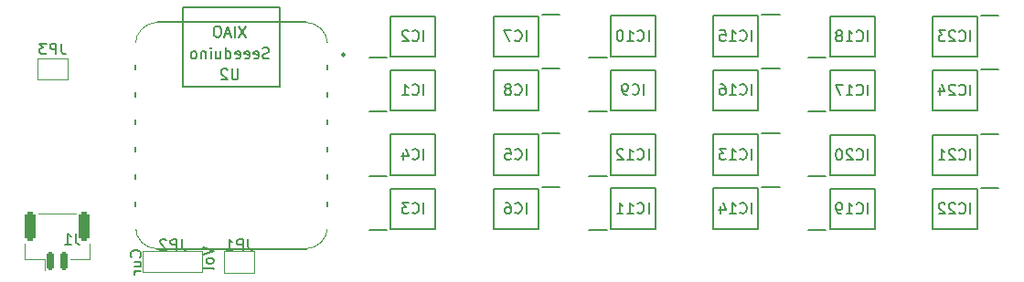
<source format=gbr>
%TF.GenerationSoftware,KiCad,Pcbnew,7.0.5*%
%TF.CreationDate,2024-05-30T09:30:07-05:00*%
%TF.ProjectId,wrist_ems_12_electrodes,77726973-745f-4656-9d73-5f31325f656c,rev?*%
%TF.SameCoordinates,Original*%
%TF.FileFunction,Legend,Bot*%
%TF.FilePolarity,Positive*%
%FSLAX46Y46*%
G04 Gerber Fmt 4.6, Leading zero omitted, Abs format (unit mm)*
G04 Created by KiCad (PCBNEW 7.0.5) date 2024-05-30 09:30:07*
%MOMM*%
%LPD*%
G01*
G04 APERTURE LIST*
G04 Aperture macros list*
%AMRoundRect*
0 Rectangle with rounded corners*
0 $1 Rounding radius*
0 $2 $3 $4 $5 $6 $7 $8 $9 X,Y pos of 4 corners*
0 Add a 4 corners polygon primitive as box body*
4,1,4,$2,$3,$4,$5,$6,$7,$8,$9,$2,$3,0*
0 Add four circle primitives for the rounded corners*
1,1,$1+$1,$2,$3*
1,1,$1+$1,$4,$5*
1,1,$1+$1,$6,$7*
1,1,$1+$1,$8,$9*
0 Add four rect primitives between the rounded corners*
20,1,$1+$1,$2,$3,$4,$5,0*
20,1,$1+$1,$4,$5,$6,$7,0*
20,1,$1+$1,$6,$7,$8,$9,0*
20,1,$1+$1,$8,$9,$2,$3,0*%
%AMFreePoly0*
4,1,6,1.000000,0.000000,0.500000,-0.750000,-0.500000,-0.750000,-0.500000,0.750000,0.500000,0.750000,1.000000,0.000000,1.000000,0.000000,$1*%
%AMFreePoly1*
4,1,6,0.500000,-0.750000,-0.650000,-0.750000,-0.150000,0.000000,-0.650000,0.750000,0.500000,0.750000,0.500000,-0.750000,0.500000,-0.750000,$1*%
G04 Aperture macros list end*
%ADD10C,0.150000*%
%ADD11C,0.200000*%
%ADD12C,0.120000*%
%ADD13C,0.127000*%
%ADD14C,0.254000*%
%ADD15C,0.025400*%
%ADD16R,1.700000X1.700000*%
%ADD17O,1.700000X1.700000*%
%ADD18R,1.650000X0.700000*%
%ADD19FreePoly0,0.000000*%
%ADD20FreePoly1,0.000000*%
%ADD21FreePoly0,180.000000*%
%ADD22FreePoly1,180.000000*%
%ADD23RoundRect,0.150000X-0.150000X-0.700000X0.150000X-0.700000X0.150000X0.700000X-0.150000X0.700000X0*%
%ADD24RoundRect,0.250000X-0.250000X-1.100000X0.250000X-1.100000X0.250000X1.100000X-0.250000X1.100000X0*%
%ADD25R,3.000000X2.000000*%
%ADD26R,1.500000X1.500000*%
G04 APERTURE END LIST*
D10*
%TO.C,IC13*%
X160508380Y-90448819D02*
X160508380Y-89448819D01*
X159460762Y-90353580D02*
X159508381Y-90401200D01*
X159508381Y-90401200D02*
X159651238Y-90448819D01*
X159651238Y-90448819D02*
X159746476Y-90448819D01*
X159746476Y-90448819D02*
X159889333Y-90401200D01*
X159889333Y-90401200D02*
X159984571Y-90305961D01*
X159984571Y-90305961D02*
X160032190Y-90210723D01*
X160032190Y-90210723D02*
X160079809Y-90020247D01*
X160079809Y-90020247D02*
X160079809Y-89877390D01*
X160079809Y-89877390D02*
X160032190Y-89686914D01*
X160032190Y-89686914D02*
X159984571Y-89591676D01*
X159984571Y-89591676D02*
X159889333Y-89496438D01*
X159889333Y-89496438D02*
X159746476Y-89448819D01*
X159746476Y-89448819D02*
X159651238Y-89448819D01*
X159651238Y-89448819D02*
X159508381Y-89496438D01*
X159508381Y-89496438D02*
X159460762Y-89544057D01*
X158508381Y-90448819D02*
X159079809Y-90448819D01*
X158794095Y-90448819D02*
X158794095Y-89448819D01*
X158794095Y-89448819D02*
X158889333Y-89591676D01*
X158889333Y-89591676D02*
X158984571Y-89686914D01*
X158984571Y-89686914D02*
X159079809Y-89734533D01*
X158175047Y-89448819D02*
X157556000Y-89448819D01*
X157556000Y-89448819D02*
X157889333Y-89829771D01*
X157889333Y-89829771D02*
X157746476Y-89829771D01*
X157746476Y-89829771D02*
X157651238Y-89877390D01*
X157651238Y-89877390D02*
X157603619Y-89925009D01*
X157603619Y-89925009D02*
X157556000Y-90020247D01*
X157556000Y-90020247D02*
X157556000Y-90258342D01*
X157556000Y-90258342D02*
X157603619Y-90353580D01*
X157603619Y-90353580D02*
X157651238Y-90401200D01*
X157651238Y-90401200D02*
X157746476Y-90448819D01*
X157746476Y-90448819D02*
X158032190Y-90448819D01*
X158032190Y-90448819D02*
X158127428Y-90401200D01*
X158127428Y-90401200D02*
X158175047Y-90353580D01*
%TO.C,IC16*%
X160508380Y-84448819D02*
X160508380Y-83448819D01*
X159460762Y-84353580D02*
X159508381Y-84401200D01*
X159508381Y-84401200D02*
X159651238Y-84448819D01*
X159651238Y-84448819D02*
X159746476Y-84448819D01*
X159746476Y-84448819D02*
X159889333Y-84401200D01*
X159889333Y-84401200D02*
X159984571Y-84305961D01*
X159984571Y-84305961D02*
X160032190Y-84210723D01*
X160032190Y-84210723D02*
X160079809Y-84020247D01*
X160079809Y-84020247D02*
X160079809Y-83877390D01*
X160079809Y-83877390D02*
X160032190Y-83686914D01*
X160032190Y-83686914D02*
X159984571Y-83591676D01*
X159984571Y-83591676D02*
X159889333Y-83496438D01*
X159889333Y-83496438D02*
X159746476Y-83448819D01*
X159746476Y-83448819D02*
X159651238Y-83448819D01*
X159651238Y-83448819D02*
X159508381Y-83496438D01*
X159508381Y-83496438D02*
X159460762Y-83544057D01*
X158508381Y-84448819D02*
X159079809Y-84448819D01*
X158794095Y-84448819D02*
X158794095Y-83448819D01*
X158794095Y-83448819D02*
X158889333Y-83591676D01*
X158889333Y-83591676D02*
X158984571Y-83686914D01*
X158984571Y-83686914D02*
X159079809Y-83734533D01*
X157651238Y-83448819D02*
X157841714Y-83448819D01*
X157841714Y-83448819D02*
X157936952Y-83496438D01*
X157936952Y-83496438D02*
X157984571Y-83544057D01*
X157984571Y-83544057D02*
X158079809Y-83686914D01*
X158079809Y-83686914D02*
X158127428Y-83877390D01*
X158127428Y-83877390D02*
X158127428Y-84258342D01*
X158127428Y-84258342D02*
X158079809Y-84353580D01*
X158079809Y-84353580D02*
X158032190Y-84401200D01*
X158032190Y-84401200D02*
X157936952Y-84448819D01*
X157936952Y-84448819D02*
X157746476Y-84448819D01*
X157746476Y-84448819D02*
X157651238Y-84401200D01*
X157651238Y-84401200D02*
X157603619Y-84353580D01*
X157603619Y-84353580D02*
X157556000Y-84258342D01*
X157556000Y-84258342D02*
X157556000Y-84020247D01*
X157556000Y-84020247D02*
X157603619Y-83925009D01*
X157603619Y-83925009D02*
X157651238Y-83877390D01*
X157651238Y-83877390D02*
X157746476Y-83829771D01*
X157746476Y-83829771D02*
X157936952Y-83829771D01*
X157936952Y-83829771D02*
X158032190Y-83877390D01*
X158032190Y-83877390D02*
X158079809Y-83925009D01*
X158079809Y-83925009D02*
X158127428Y-84020247D01*
%TO.C,IC6*%
X139676189Y-95454819D02*
X139676189Y-94454819D01*
X138628571Y-95359580D02*
X138676190Y-95407200D01*
X138676190Y-95407200D02*
X138819047Y-95454819D01*
X138819047Y-95454819D02*
X138914285Y-95454819D01*
X138914285Y-95454819D02*
X139057142Y-95407200D01*
X139057142Y-95407200D02*
X139152380Y-95311961D01*
X139152380Y-95311961D02*
X139199999Y-95216723D01*
X139199999Y-95216723D02*
X139247618Y-95026247D01*
X139247618Y-95026247D02*
X139247618Y-94883390D01*
X139247618Y-94883390D02*
X139199999Y-94692914D01*
X139199999Y-94692914D02*
X139152380Y-94597676D01*
X139152380Y-94597676D02*
X139057142Y-94502438D01*
X139057142Y-94502438D02*
X138914285Y-94454819D01*
X138914285Y-94454819D02*
X138819047Y-94454819D01*
X138819047Y-94454819D02*
X138676190Y-94502438D01*
X138676190Y-94502438D02*
X138628571Y-94550057D01*
X137771428Y-94454819D02*
X137961904Y-94454819D01*
X137961904Y-94454819D02*
X138057142Y-94502438D01*
X138057142Y-94502438D02*
X138104761Y-94550057D01*
X138104761Y-94550057D02*
X138199999Y-94692914D01*
X138199999Y-94692914D02*
X138247618Y-94883390D01*
X138247618Y-94883390D02*
X138247618Y-95264342D01*
X138247618Y-95264342D02*
X138199999Y-95359580D01*
X138199999Y-95359580D02*
X138152380Y-95407200D01*
X138152380Y-95407200D02*
X138057142Y-95454819D01*
X138057142Y-95454819D02*
X137866666Y-95454819D01*
X137866666Y-95454819D02*
X137771428Y-95407200D01*
X137771428Y-95407200D02*
X137723809Y-95359580D01*
X137723809Y-95359580D02*
X137676190Y-95264342D01*
X137676190Y-95264342D02*
X137676190Y-95026247D01*
X137676190Y-95026247D02*
X137723809Y-94931009D01*
X137723809Y-94931009D02*
X137771428Y-94883390D01*
X137771428Y-94883390D02*
X137866666Y-94835771D01*
X137866666Y-94835771D02*
X138057142Y-94835771D01*
X138057142Y-94835771D02*
X138152380Y-94883390D01*
X138152380Y-94883390D02*
X138199999Y-94931009D01*
X138199999Y-94931009D02*
X138247618Y-95026247D01*
%TO.C,IC9*%
X150532189Y-84448819D02*
X150532189Y-83448819D01*
X149484571Y-84353580D02*
X149532190Y-84401200D01*
X149532190Y-84401200D02*
X149675047Y-84448819D01*
X149675047Y-84448819D02*
X149770285Y-84448819D01*
X149770285Y-84448819D02*
X149913142Y-84401200D01*
X149913142Y-84401200D02*
X150008380Y-84305961D01*
X150008380Y-84305961D02*
X150055999Y-84210723D01*
X150055999Y-84210723D02*
X150103618Y-84020247D01*
X150103618Y-84020247D02*
X150103618Y-83877390D01*
X150103618Y-83877390D02*
X150055999Y-83686914D01*
X150055999Y-83686914D02*
X150008380Y-83591676D01*
X150008380Y-83591676D02*
X149913142Y-83496438D01*
X149913142Y-83496438D02*
X149770285Y-83448819D01*
X149770285Y-83448819D02*
X149675047Y-83448819D01*
X149675047Y-83448819D02*
X149532190Y-83496438D01*
X149532190Y-83496438D02*
X149484571Y-83544057D01*
X149008380Y-84448819D02*
X148817904Y-84448819D01*
X148817904Y-84448819D02*
X148722666Y-84401200D01*
X148722666Y-84401200D02*
X148675047Y-84353580D01*
X148675047Y-84353580D02*
X148579809Y-84210723D01*
X148579809Y-84210723D02*
X148532190Y-84020247D01*
X148532190Y-84020247D02*
X148532190Y-83639295D01*
X148532190Y-83639295D02*
X148579809Y-83544057D01*
X148579809Y-83544057D02*
X148627428Y-83496438D01*
X148627428Y-83496438D02*
X148722666Y-83448819D01*
X148722666Y-83448819D02*
X148913142Y-83448819D01*
X148913142Y-83448819D02*
X149008380Y-83496438D01*
X149008380Y-83496438D02*
X149055999Y-83544057D01*
X149055999Y-83544057D02*
X149103618Y-83639295D01*
X149103618Y-83639295D02*
X149103618Y-83877390D01*
X149103618Y-83877390D02*
X149055999Y-83972628D01*
X149055999Y-83972628D02*
X149008380Y-84020247D01*
X149008380Y-84020247D02*
X148913142Y-84067866D01*
X148913142Y-84067866D02*
X148722666Y-84067866D01*
X148722666Y-84067866D02*
X148627428Y-84020247D01*
X148627428Y-84020247D02*
X148579809Y-83972628D01*
X148579809Y-83972628D02*
X148532190Y-83877390D01*
%TO.C,IC18*%
X171302980Y-79474219D02*
X171302980Y-78474219D01*
X170255362Y-79378980D02*
X170302981Y-79426600D01*
X170302981Y-79426600D02*
X170445838Y-79474219D01*
X170445838Y-79474219D02*
X170541076Y-79474219D01*
X170541076Y-79474219D02*
X170683933Y-79426600D01*
X170683933Y-79426600D02*
X170779171Y-79331361D01*
X170779171Y-79331361D02*
X170826790Y-79236123D01*
X170826790Y-79236123D02*
X170874409Y-79045647D01*
X170874409Y-79045647D02*
X170874409Y-78902790D01*
X170874409Y-78902790D02*
X170826790Y-78712314D01*
X170826790Y-78712314D02*
X170779171Y-78617076D01*
X170779171Y-78617076D02*
X170683933Y-78521838D01*
X170683933Y-78521838D02*
X170541076Y-78474219D01*
X170541076Y-78474219D02*
X170445838Y-78474219D01*
X170445838Y-78474219D02*
X170302981Y-78521838D01*
X170302981Y-78521838D02*
X170255362Y-78569457D01*
X169302981Y-79474219D02*
X169874409Y-79474219D01*
X169588695Y-79474219D02*
X169588695Y-78474219D01*
X169588695Y-78474219D02*
X169683933Y-78617076D01*
X169683933Y-78617076D02*
X169779171Y-78712314D01*
X169779171Y-78712314D02*
X169874409Y-78759933D01*
X168731552Y-78902790D02*
X168826790Y-78855171D01*
X168826790Y-78855171D02*
X168874409Y-78807552D01*
X168874409Y-78807552D02*
X168922028Y-78712314D01*
X168922028Y-78712314D02*
X168922028Y-78664695D01*
X168922028Y-78664695D02*
X168874409Y-78569457D01*
X168874409Y-78569457D02*
X168826790Y-78521838D01*
X168826790Y-78521838D02*
X168731552Y-78474219D01*
X168731552Y-78474219D02*
X168541076Y-78474219D01*
X168541076Y-78474219D02*
X168445838Y-78521838D01*
X168445838Y-78521838D02*
X168398219Y-78569457D01*
X168398219Y-78569457D02*
X168350600Y-78664695D01*
X168350600Y-78664695D02*
X168350600Y-78712314D01*
X168350600Y-78712314D02*
X168398219Y-78807552D01*
X168398219Y-78807552D02*
X168445838Y-78855171D01*
X168445838Y-78855171D02*
X168541076Y-78902790D01*
X168541076Y-78902790D02*
X168731552Y-78902790D01*
X168731552Y-78902790D02*
X168826790Y-78950409D01*
X168826790Y-78950409D02*
X168874409Y-78998028D01*
X168874409Y-78998028D02*
X168922028Y-79093266D01*
X168922028Y-79093266D02*
X168922028Y-79283742D01*
X168922028Y-79283742D02*
X168874409Y-79378980D01*
X168874409Y-79378980D02*
X168826790Y-79426600D01*
X168826790Y-79426600D02*
X168731552Y-79474219D01*
X168731552Y-79474219D02*
X168541076Y-79474219D01*
X168541076Y-79474219D02*
X168445838Y-79426600D01*
X168445838Y-79426600D02*
X168398219Y-79378980D01*
X168398219Y-79378980D02*
X168350600Y-79283742D01*
X168350600Y-79283742D02*
X168350600Y-79093266D01*
X168350600Y-79093266D02*
X168398219Y-78998028D01*
X168398219Y-78998028D02*
X168445838Y-78950409D01*
X168445838Y-78950409D02*
X168541076Y-78902790D01*
%TO.C,JP1*%
X113900333Y-97818819D02*
X113900333Y-98533104D01*
X113900333Y-98533104D02*
X113947952Y-98675961D01*
X113947952Y-98675961D02*
X114043190Y-98771200D01*
X114043190Y-98771200D02*
X114186047Y-98818819D01*
X114186047Y-98818819D02*
X114281285Y-98818819D01*
X113424142Y-98818819D02*
X113424142Y-97818819D01*
X113424142Y-97818819D02*
X113043190Y-97818819D01*
X113043190Y-97818819D02*
X112947952Y-97866438D01*
X112947952Y-97866438D02*
X112900333Y-97914057D01*
X112900333Y-97914057D02*
X112852714Y-98009295D01*
X112852714Y-98009295D02*
X112852714Y-98152152D01*
X112852714Y-98152152D02*
X112900333Y-98247390D01*
X112900333Y-98247390D02*
X112947952Y-98295009D01*
X112947952Y-98295009D02*
X113043190Y-98342628D01*
X113043190Y-98342628D02*
X113424142Y-98342628D01*
X111900333Y-98818819D02*
X112471761Y-98818819D01*
X112186047Y-98818819D02*
X112186047Y-97818819D01*
X112186047Y-97818819D02*
X112281285Y-97961676D01*
X112281285Y-97961676D02*
X112376523Y-98056914D01*
X112376523Y-98056914D02*
X112471761Y-98104533D01*
%TO.C,IC15*%
X160508380Y-79448819D02*
X160508380Y-78448819D01*
X159460762Y-79353580D02*
X159508381Y-79401200D01*
X159508381Y-79401200D02*
X159651238Y-79448819D01*
X159651238Y-79448819D02*
X159746476Y-79448819D01*
X159746476Y-79448819D02*
X159889333Y-79401200D01*
X159889333Y-79401200D02*
X159984571Y-79305961D01*
X159984571Y-79305961D02*
X160032190Y-79210723D01*
X160032190Y-79210723D02*
X160079809Y-79020247D01*
X160079809Y-79020247D02*
X160079809Y-78877390D01*
X160079809Y-78877390D02*
X160032190Y-78686914D01*
X160032190Y-78686914D02*
X159984571Y-78591676D01*
X159984571Y-78591676D02*
X159889333Y-78496438D01*
X159889333Y-78496438D02*
X159746476Y-78448819D01*
X159746476Y-78448819D02*
X159651238Y-78448819D01*
X159651238Y-78448819D02*
X159508381Y-78496438D01*
X159508381Y-78496438D02*
X159460762Y-78544057D01*
X158508381Y-79448819D02*
X159079809Y-79448819D01*
X158794095Y-79448819D02*
X158794095Y-78448819D01*
X158794095Y-78448819D02*
X158889333Y-78591676D01*
X158889333Y-78591676D02*
X158984571Y-78686914D01*
X158984571Y-78686914D02*
X159079809Y-78734533D01*
X157603619Y-78448819D02*
X158079809Y-78448819D01*
X158079809Y-78448819D02*
X158127428Y-78925009D01*
X158127428Y-78925009D02*
X158079809Y-78877390D01*
X158079809Y-78877390D02*
X157984571Y-78829771D01*
X157984571Y-78829771D02*
X157746476Y-78829771D01*
X157746476Y-78829771D02*
X157651238Y-78877390D01*
X157651238Y-78877390D02*
X157603619Y-78925009D01*
X157603619Y-78925009D02*
X157556000Y-79020247D01*
X157556000Y-79020247D02*
X157556000Y-79258342D01*
X157556000Y-79258342D02*
X157603619Y-79353580D01*
X157603619Y-79353580D02*
X157651238Y-79401200D01*
X157651238Y-79401200D02*
X157746476Y-79448819D01*
X157746476Y-79448819D02*
X157984571Y-79448819D01*
X157984571Y-79448819D02*
X158079809Y-79401200D01*
X158079809Y-79401200D02*
X158127428Y-79353580D01*
%TO.C,JP3*%
X96616733Y-79671419D02*
X96616733Y-80385704D01*
X96616733Y-80385704D02*
X96664352Y-80528561D01*
X96664352Y-80528561D02*
X96759590Y-80623800D01*
X96759590Y-80623800D02*
X96902447Y-80671419D01*
X96902447Y-80671419D02*
X96997685Y-80671419D01*
X96140542Y-80671419D02*
X96140542Y-79671419D01*
X96140542Y-79671419D02*
X95759590Y-79671419D01*
X95759590Y-79671419D02*
X95664352Y-79719038D01*
X95664352Y-79719038D02*
X95616733Y-79766657D01*
X95616733Y-79766657D02*
X95569114Y-79861895D01*
X95569114Y-79861895D02*
X95569114Y-80004752D01*
X95569114Y-80004752D02*
X95616733Y-80099990D01*
X95616733Y-80099990D02*
X95664352Y-80147609D01*
X95664352Y-80147609D02*
X95759590Y-80195228D01*
X95759590Y-80195228D02*
X96140542Y-80195228D01*
X95235780Y-79671419D02*
X94616733Y-79671419D01*
X94616733Y-79671419D02*
X94950066Y-80052371D01*
X94950066Y-80052371D02*
X94807209Y-80052371D01*
X94807209Y-80052371D02*
X94711971Y-80099990D01*
X94711971Y-80099990D02*
X94664352Y-80147609D01*
X94664352Y-80147609D02*
X94616733Y-80242847D01*
X94616733Y-80242847D02*
X94616733Y-80480942D01*
X94616733Y-80480942D02*
X94664352Y-80576180D01*
X94664352Y-80576180D02*
X94711971Y-80623800D01*
X94711971Y-80623800D02*
X94807209Y-80671419D01*
X94807209Y-80671419D02*
X95092923Y-80671419D01*
X95092923Y-80671419D02*
X95188161Y-80623800D01*
X95188161Y-80623800D02*
X95235780Y-80576180D01*
%TO.C,IC5*%
X139676189Y-90454819D02*
X139676189Y-89454819D01*
X138628571Y-90359580D02*
X138676190Y-90407200D01*
X138676190Y-90407200D02*
X138819047Y-90454819D01*
X138819047Y-90454819D02*
X138914285Y-90454819D01*
X138914285Y-90454819D02*
X139057142Y-90407200D01*
X139057142Y-90407200D02*
X139152380Y-90311961D01*
X139152380Y-90311961D02*
X139199999Y-90216723D01*
X139199999Y-90216723D02*
X139247618Y-90026247D01*
X139247618Y-90026247D02*
X139247618Y-89883390D01*
X139247618Y-89883390D02*
X139199999Y-89692914D01*
X139199999Y-89692914D02*
X139152380Y-89597676D01*
X139152380Y-89597676D02*
X139057142Y-89502438D01*
X139057142Y-89502438D02*
X138914285Y-89454819D01*
X138914285Y-89454819D02*
X138819047Y-89454819D01*
X138819047Y-89454819D02*
X138676190Y-89502438D01*
X138676190Y-89502438D02*
X138628571Y-89550057D01*
X137723809Y-89454819D02*
X138199999Y-89454819D01*
X138199999Y-89454819D02*
X138247618Y-89931009D01*
X138247618Y-89931009D02*
X138199999Y-89883390D01*
X138199999Y-89883390D02*
X138104761Y-89835771D01*
X138104761Y-89835771D02*
X137866666Y-89835771D01*
X137866666Y-89835771D02*
X137771428Y-89883390D01*
X137771428Y-89883390D02*
X137723809Y-89931009D01*
X137723809Y-89931009D02*
X137676190Y-90026247D01*
X137676190Y-90026247D02*
X137676190Y-90264342D01*
X137676190Y-90264342D02*
X137723809Y-90359580D01*
X137723809Y-90359580D02*
X137771428Y-90407200D01*
X137771428Y-90407200D02*
X137866666Y-90454819D01*
X137866666Y-90454819D02*
X138104761Y-90454819D01*
X138104761Y-90454819D02*
X138199999Y-90407200D01*
X138199999Y-90407200D02*
X138247618Y-90359580D01*
%TO.C,IC14*%
X160508380Y-95448819D02*
X160508380Y-94448819D01*
X159460762Y-95353580D02*
X159508381Y-95401200D01*
X159508381Y-95401200D02*
X159651238Y-95448819D01*
X159651238Y-95448819D02*
X159746476Y-95448819D01*
X159746476Y-95448819D02*
X159889333Y-95401200D01*
X159889333Y-95401200D02*
X159984571Y-95305961D01*
X159984571Y-95305961D02*
X160032190Y-95210723D01*
X160032190Y-95210723D02*
X160079809Y-95020247D01*
X160079809Y-95020247D02*
X160079809Y-94877390D01*
X160079809Y-94877390D02*
X160032190Y-94686914D01*
X160032190Y-94686914D02*
X159984571Y-94591676D01*
X159984571Y-94591676D02*
X159889333Y-94496438D01*
X159889333Y-94496438D02*
X159746476Y-94448819D01*
X159746476Y-94448819D02*
X159651238Y-94448819D01*
X159651238Y-94448819D02*
X159508381Y-94496438D01*
X159508381Y-94496438D02*
X159460762Y-94544057D01*
X158508381Y-95448819D02*
X159079809Y-95448819D01*
X158794095Y-95448819D02*
X158794095Y-94448819D01*
X158794095Y-94448819D02*
X158889333Y-94591676D01*
X158889333Y-94591676D02*
X158984571Y-94686914D01*
X158984571Y-94686914D02*
X159079809Y-94734533D01*
X157651238Y-94782152D02*
X157651238Y-95448819D01*
X157889333Y-94401200D02*
X158127428Y-95115485D01*
X158127428Y-95115485D02*
X157508381Y-95115485D01*
%TO.C,IC8*%
X139676189Y-84454819D02*
X139676189Y-83454819D01*
X138628571Y-84359580D02*
X138676190Y-84407200D01*
X138676190Y-84407200D02*
X138819047Y-84454819D01*
X138819047Y-84454819D02*
X138914285Y-84454819D01*
X138914285Y-84454819D02*
X139057142Y-84407200D01*
X139057142Y-84407200D02*
X139152380Y-84311961D01*
X139152380Y-84311961D02*
X139199999Y-84216723D01*
X139199999Y-84216723D02*
X139247618Y-84026247D01*
X139247618Y-84026247D02*
X139247618Y-83883390D01*
X139247618Y-83883390D02*
X139199999Y-83692914D01*
X139199999Y-83692914D02*
X139152380Y-83597676D01*
X139152380Y-83597676D02*
X139057142Y-83502438D01*
X139057142Y-83502438D02*
X138914285Y-83454819D01*
X138914285Y-83454819D02*
X138819047Y-83454819D01*
X138819047Y-83454819D02*
X138676190Y-83502438D01*
X138676190Y-83502438D02*
X138628571Y-83550057D01*
X138057142Y-83883390D02*
X138152380Y-83835771D01*
X138152380Y-83835771D02*
X138199999Y-83788152D01*
X138199999Y-83788152D02*
X138247618Y-83692914D01*
X138247618Y-83692914D02*
X138247618Y-83645295D01*
X138247618Y-83645295D02*
X138199999Y-83550057D01*
X138199999Y-83550057D02*
X138152380Y-83502438D01*
X138152380Y-83502438D02*
X138057142Y-83454819D01*
X138057142Y-83454819D02*
X137866666Y-83454819D01*
X137866666Y-83454819D02*
X137771428Y-83502438D01*
X137771428Y-83502438D02*
X137723809Y-83550057D01*
X137723809Y-83550057D02*
X137676190Y-83645295D01*
X137676190Y-83645295D02*
X137676190Y-83692914D01*
X137676190Y-83692914D02*
X137723809Y-83788152D01*
X137723809Y-83788152D02*
X137771428Y-83835771D01*
X137771428Y-83835771D02*
X137866666Y-83883390D01*
X137866666Y-83883390D02*
X138057142Y-83883390D01*
X138057142Y-83883390D02*
X138152380Y-83931009D01*
X138152380Y-83931009D02*
X138199999Y-83978628D01*
X138199999Y-83978628D02*
X138247618Y-84073866D01*
X138247618Y-84073866D02*
X138247618Y-84264342D01*
X138247618Y-84264342D02*
X138199999Y-84359580D01*
X138199999Y-84359580D02*
X138152380Y-84407200D01*
X138152380Y-84407200D02*
X138057142Y-84454819D01*
X138057142Y-84454819D02*
X137866666Y-84454819D01*
X137866666Y-84454819D02*
X137771428Y-84407200D01*
X137771428Y-84407200D02*
X137723809Y-84359580D01*
X137723809Y-84359580D02*
X137676190Y-84264342D01*
X137676190Y-84264342D02*
X137676190Y-84073866D01*
X137676190Y-84073866D02*
X137723809Y-83978628D01*
X137723809Y-83978628D02*
X137771428Y-83931009D01*
X137771428Y-83931009D02*
X137866666Y-83883390D01*
%TO.C,IC11*%
X151008380Y-95448819D02*
X151008380Y-94448819D01*
X149960762Y-95353580D02*
X150008381Y-95401200D01*
X150008381Y-95401200D02*
X150151238Y-95448819D01*
X150151238Y-95448819D02*
X150246476Y-95448819D01*
X150246476Y-95448819D02*
X150389333Y-95401200D01*
X150389333Y-95401200D02*
X150484571Y-95305961D01*
X150484571Y-95305961D02*
X150532190Y-95210723D01*
X150532190Y-95210723D02*
X150579809Y-95020247D01*
X150579809Y-95020247D02*
X150579809Y-94877390D01*
X150579809Y-94877390D02*
X150532190Y-94686914D01*
X150532190Y-94686914D02*
X150484571Y-94591676D01*
X150484571Y-94591676D02*
X150389333Y-94496438D01*
X150389333Y-94496438D02*
X150246476Y-94448819D01*
X150246476Y-94448819D02*
X150151238Y-94448819D01*
X150151238Y-94448819D02*
X150008381Y-94496438D01*
X150008381Y-94496438D02*
X149960762Y-94544057D01*
X149008381Y-95448819D02*
X149579809Y-95448819D01*
X149294095Y-95448819D02*
X149294095Y-94448819D01*
X149294095Y-94448819D02*
X149389333Y-94591676D01*
X149389333Y-94591676D02*
X149484571Y-94686914D01*
X149484571Y-94686914D02*
X149579809Y-94734533D01*
X148056000Y-95448819D02*
X148627428Y-95448819D01*
X148341714Y-95448819D02*
X148341714Y-94448819D01*
X148341714Y-94448819D02*
X148436952Y-94591676D01*
X148436952Y-94591676D02*
X148532190Y-94686914D01*
X148532190Y-94686914D02*
X148627428Y-94734533D01*
%TO.C,IC1*%
X130176189Y-84454819D02*
X130176189Y-83454819D01*
X129128571Y-84359580D02*
X129176190Y-84407200D01*
X129176190Y-84407200D02*
X129319047Y-84454819D01*
X129319047Y-84454819D02*
X129414285Y-84454819D01*
X129414285Y-84454819D02*
X129557142Y-84407200D01*
X129557142Y-84407200D02*
X129652380Y-84311961D01*
X129652380Y-84311961D02*
X129699999Y-84216723D01*
X129699999Y-84216723D02*
X129747618Y-84026247D01*
X129747618Y-84026247D02*
X129747618Y-83883390D01*
X129747618Y-83883390D02*
X129699999Y-83692914D01*
X129699999Y-83692914D02*
X129652380Y-83597676D01*
X129652380Y-83597676D02*
X129557142Y-83502438D01*
X129557142Y-83502438D02*
X129414285Y-83454819D01*
X129414285Y-83454819D02*
X129319047Y-83454819D01*
X129319047Y-83454819D02*
X129176190Y-83502438D01*
X129176190Y-83502438D02*
X129128571Y-83550057D01*
X128176190Y-84454819D02*
X128747618Y-84454819D01*
X128461904Y-84454819D02*
X128461904Y-83454819D01*
X128461904Y-83454819D02*
X128557142Y-83597676D01*
X128557142Y-83597676D02*
X128652380Y-83692914D01*
X128652380Y-83692914D02*
X128747618Y-83740533D01*
%TO.C,J1*%
X97957633Y-97295619D02*
X97957633Y-98009904D01*
X97957633Y-98009904D02*
X98005252Y-98152761D01*
X98005252Y-98152761D02*
X98100490Y-98248000D01*
X98100490Y-98248000D02*
X98243347Y-98295619D01*
X98243347Y-98295619D02*
X98338585Y-98295619D01*
X96957633Y-98295619D02*
X97529061Y-98295619D01*
X97243347Y-98295619D02*
X97243347Y-97295619D01*
X97243347Y-97295619D02*
X97338585Y-97438476D01*
X97338585Y-97438476D02*
X97433823Y-97533714D01*
X97433823Y-97533714D02*
X97529061Y-97581333D01*
%TO.C,IC4*%
X130176189Y-90454819D02*
X130176189Y-89454819D01*
X129128571Y-90359580D02*
X129176190Y-90407200D01*
X129176190Y-90407200D02*
X129319047Y-90454819D01*
X129319047Y-90454819D02*
X129414285Y-90454819D01*
X129414285Y-90454819D02*
X129557142Y-90407200D01*
X129557142Y-90407200D02*
X129652380Y-90311961D01*
X129652380Y-90311961D02*
X129699999Y-90216723D01*
X129699999Y-90216723D02*
X129747618Y-90026247D01*
X129747618Y-90026247D02*
X129747618Y-89883390D01*
X129747618Y-89883390D02*
X129699999Y-89692914D01*
X129699999Y-89692914D02*
X129652380Y-89597676D01*
X129652380Y-89597676D02*
X129557142Y-89502438D01*
X129557142Y-89502438D02*
X129414285Y-89454819D01*
X129414285Y-89454819D02*
X129319047Y-89454819D01*
X129319047Y-89454819D02*
X129176190Y-89502438D01*
X129176190Y-89502438D02*
X129128571Y-89550057D01*
X128271428Y-89788152D02*
X128271428Y-90454819D01*
X128509523Y-89407200D02*
X128747618Y-90121485D01*
X128747618Y-90121485D02*
X128128571Y-90121485D01*
%TO.C,IC2*%
X130176189Y-79454819D02*
X130176189Y-78454819D01*
X129128571Y-79359580D02*
X129176190Y-79407200D01*
X129176190Y-79407200D02*
X129319047Y-79454819D01*
X129319047Y-79454819D02*
X129414285Y-79454819D01*
X129414285Y-79454819D02*
X129557142Y-79407200D01*
X129557142Y-79407200D02*
X129652380Y-79311961D01*
X129652380Y-79311961D02*
X129699999Y-79216723D01*
X129699999Y-79216723D02*
X129747618Y-79026247D01*
X129747618Y-79026247D02*
X129747618Y-78883390D01*
X129747618Y-78883390D02*
X129699999Y-78692914D01*
X129699999Y-78692914D02*
X129652380Y-78597676D01*
X129652380Y-78597676D02*
X129557142Y-78502438D01*
X129557142Y-78502438D02*
X129414285Y-78454819D01*
X129414285Y-78454819D02*
X129319047Y-78454819D01*
X129319047Y-78454819D02*
X129176190Y-78502438D01*
X129176190Y-78502438D02*
X129128571Y-78550057D01*
X128747618Y-78550057D02*
X128699999Y-78502438D01*
X128699999Y-78502438D02*
X128604761Y-78454819D01*
X128604761Y-78454819D02*
X128366666Y-78454819D01*
X128366666Y-78454819D02*
X128271428Y-78502438D01*
X128271428Y-78502438D02*
X128223809Y-78550057D01*
X128223809Y-78550057D02*
X128176190Y-78645295D01*
X128176190Y-78645295D02*
X128176190Y-78740533D01*
X128176190Y-78740533D02*
X128223809Y-78883390D01*
X128223809Y-78883390D02*
X128795237Y-79454819D01*
X128795237Y-79454819D02*
X128176190Y-79454819D01*
%TO.C,IC23*%
X180802980Y-79474219D02*
X180802980Y-78474219D01*
X179755362Y-79378980D02*
X179802981Y-79426600D01*
X179802981Y-79426600D02*
X179945838Y-79474219D01*
X179945838Y-79474219D02*
X180041076Y-79474219D01*
X180041076Y-79474219D02*
X180183933Y-79426600D01*
X180183933Y-79426600D02*
X180279171Y-79331361D01*
X180279171Y-79331361D02*
X180326790Y-79236123D01*
X180326790Y-79236123D02*
X180374409Y-79045647D01*
X180374409Y-79045647D02*
X180374409Y-78902790D01*
X180374409Y-78902790D02*
X180326790Y-78712314D01*
X180326790Y-78712314D02*
X180279171Y-78617076D01*
X180279171Y-78617076D02*
X180183933Y-78521838D01*
X180183933Y-78521838D02*
X180041076Y-78474219D01*
X180041076Y-78474219D02*
X179945838Y-78474219D01*
X179945838Y-78474219D02*
X179802981Y-78521838D01*
X179802981Y-78521838D02*
X179755362Y-78569457D01*
X179374409Y-78569457D02*
X179326790Y-78521838D01*
X179326790Y-78521838D02*
X179231552Y-78474219D01*
X179231552Y-78474219D02*
X178993457Y-78474219D01*
X178993457Y-78474219D02*
X178898219Y-78521838D01*
X178898219Y-78521838D02*
X178850600Y-78569457D01*
X178850600Y-78569457D02*
X178802981Y-78664695D01*
X178802981Y-78664695D02*
X178802981Y-78759933D01*
X178802981Y-78759933D02*
X178850600Y-78902790D01*
X178850600Y-78902790D02*
X179422028Y-79474219D01*
X179422028Y-79474219D02*
X178802981Y-79474219D01*
X178469647Y-78474219D02*
X177850600Y-78474219D01*
X177850600Y-78474219D02*
X178183933Y-78855171D01*
X178183933Y-78855171D02*
X178041076Y-78855171D01*
X178041076Y-78855171D02*
X177945838Y-78902790D01*
X177945838Y-78902790D02*
X177898219Y-78950409D01*
X177898219Y-78950409D02*
X177850600Y-79045647D01*
X177850600Y-79045647D02*
X177850600Y-79283742D01*
X177850600Y-79283742D02*
X177898219Y-79378980D01*
X177898219Y-79378980D02*
X177945838Y-79426600D01*
X177945838Y-79426600D02*
X178041076Y-79474219D01*
X178041076Y-79474219D02*
X178326790Y-79474219D01*
X178326790Y-79474219D02*
X178422028Y-79426600D01*
X178422028Y-79426600D02*
X178469647Y-79378980D01*
%TO.C,IC10*%
X151008380Y-79448819D02*
X151008380Y-78448819D01*
X149960762Y-79353580D02*
X150008381Y-79401200D01*
X150008381Y-79401200D02*
X150151238Y-79448819D01*
X150151238Y-79448819D02*
X150246476Y-79448819D01*
X150246476Y-79448819D02*
X150389333Y-79401200D01*
X150389333Y-79401200D02*
X150484571Y-79305961D01*
X150484571Y-79305961D02*
X150532190Y-79210723D01*
X150532190Y-79210723D02*
X150579809Y-79020247D01*
X150579809Y-79020247D02*
X150579809Y-78877390D01*
X150579809Y-78877390D02*
X150532190Y-78686914D01*
X150532190Y-78686914D02*
X150484571Y-78591676D01*
X150484571Y-78591676D02*
X150389333Y-78496438D01*
X150389333Y-78496438D02*
X150246476Y-78448819D01*
X150246476Y-78448819D02*
X150151238Y-78448819D01*
X150151238Y-78448819D02*
X150008381Y-78496438D01*
X150008381Y-78496438D02*
X149960762Y-78544057D01*
X149008381Y-79448819D02*
X149579809Y-79448819D01*
X149294095Y-79448819D02*
X149294095Y-78448819D01*
X149294095Y-78448819D02*
X149389333Y-78591676D01*
X149389333Y-78591676D02*
X149484571Y-78686914D01*
X149484571Y-78686914D02*
X149579809Y-78734533D01*
X148389333Y-78448819D02*
X148294095Y-78448819D01*
X148294095Y-78448819D02*
X148198857Y-78496438D01*
X148198857Y-78496438D02*
X148151238Y-78544057D01*
X148151238Y-78544057D02*
X148103619Y-78639295D01*
X148103619Y-78639295D02*
X148056000Y-78829771D01*
X148056000Y-78829771D02*
X148056000Y-79067866D01*
X148056000Y-79067866D02*
X148103619Y-79258342D01*
X148103619Y-79258342D02*
X148151238Y-79353580D01*
X148151238Y-79353580D02*
X148198857Y-79401200D01*
X148198857Y-79401200D02*
X148294095Y-79448819D01*
X148294095Y-79448819D02*
X148389333Y-79448819D01*
X148389333Y-79448819D02*
X148484571Y-79401200D01*
X148484571Y-79401200D02*
X148532190Y-79353580D01*
X148532190Y-79353580D02*
X148579809Y-79258342D01*
X148579809Y-79258342D02*
X148627428Y-79067866D01*
X148627428Y-79067866D02*
X148627428Y-78829771D01*
X148627428Y-78829771D02*
X148579809Y-78639295D01*
X148579809Y-78639295D02*
X148532190Y-78544057D01*
X148532190Y-78544057D02*
X148484571Y-78496438D01*
X148484571Y-78496438D02*
X148389333Y-78448819D01*
%TO.C,IC21*%
X180802980Y-90474219D02*
X180802980Y-89474219D01*
X179755362Y-90378980D02*
X179802981Y-90426600D01*
X179802981Y-90426600D02*
X179945838Y-90474219D01*
X179945838Y-90474219D02*
X180041076Y-90474219D01*
X180041076Y-90474219D02*
X180183933Y-90426600D01*
X180183933Y-90426600D02*
X180279171Y-90331361D01*
X180279171Y-90331361D02*
X180326790Y-90236123D01*
X180326790Y-90236123D02*
X180374409Y-90045647D01*
X180374409Y-90045647D02*
X180374409Y-89902790D01*
X180374409Y-89902790D02*
X180326790Y-89712314D01*
X180326790Y-89712314D02*
X180279171Y-89617076D01*
X180279171Y-89617076D02*
X180183933Y-89521838D01*
X180183933Y-89521838D02*
X180041076Y-89474219D01*
X180041076Y-89474219D02*
X179945838Y-89474219D01*
X179945838Y-89474219D02*
X179802981Y-89521838D01*
X179802981Y-89521838D02*
X179755362Y-89569457D01*
X179374409Y-89569457D02*
X179326790Y-89521838D01*
X179326790Y-89521838D02*
X179231552Y-89474219D01*
X179231552Y-89474219D02*
X178993457Y-89474219D01*
X178993457Y-89474219D02*
X178898219Y-89521838D01*
X178898219Y-89521838D02*
X178850600Y-89569457D01*
X178850600Y-89569457D02*
X178802981Y-89664695D01*
X178802981Y-89664695D02*
X178802981Y-89759933D01*
X178802981Y-89759933D02*
X178850600Y-89902790D01*
X178850600Y-89902790D02*
X179422028Y-90474219D01*
X179422028Y-90474219D02*
X178802981Y-90474219D01*
X177850600Y-90474219D02*
X178422028Y-90474219D01*
X178136314Y-90474219D02*
X178136314Y-89474219D01*
X178136314Y-89474219D02*
X178231552Y-89617076D01*
X178231552Y-89617076D02*
X178326790Y-89712314D01*
X178326790Y-89712314D02*
X178422028Y-89759933D01*
%TO.C,IC20*%
X171302980Y-90474219D02*
X171302980Y-89474219D01*
X170255362Y-90378980D02*
X170302981Y-90426600D01*
X170302981Y-90426600D02*
X170445838Y-90474219D01*
X170445838Y-90474219D02*
X170541076Y-90474219D01*
X170541076Y-90474219D02*
X170683933Y-90426600D01*
X170683933Y-90426600D02*
X170779171Y-90331361D01*
X170779171Y-90331361D02*
X170826790Y-90236123D01*
X170826790Y-90236123D02*
X170874409Y-90045647D01*
X170874409Y-90045647D02*
X170874409Y-89902790D01*
X170874409Y-89902790D02*
X170826790Y-89712314D01*
X170826790Y-89712314D02*
X170779171Y-89617076D01*
X170779171Y-89617076D02*
X170683933Y-89521838D01*
X170683933Y-89521838D02*
X170541076Y-89474219D01*
X170541076Y-89474219D02*
X170445838Y-89474219D01*
X170445838Y-89474219D02*
X170302981Y-89521838D01*
X170302981Y-89521838D02*
X170255362Y-89569457D01*
X169874409Y-89569457D02*
X169826790Y-89521838D01*
X169826790Y-89521838D02*
X169731552Y-89474219D01*
X169731552Y-89474219D02*
X169493457Y-89474219D01*
X169493457Y-89474219D02*
X169398219Y-89521838D01*
X169398219Y-89521838D02*
X169350600Y-89569457D01*
X169350600Y-89569457D02*
X169302981Y-89664695D01*
X169302981Y-89664695D02*
X169302981Y-89759933D01*
X169302981Y-89759933D02*
X169350600Y-89902790D01*
X169350600Y-89902790D02*
X169922028Y-90474219D01*
X169922028Y-90474219D02*
X169302981Y-90474219D01*
X168683933Y-89474219D02*
X168588695Y-89474219D01*
X168588695Y-89474219D02*
X168493457Y-89521838D01*
X168493457Y-89521838D02*
X168445838Y-89569457D01*
X168445838Y-89569457D02*
X168398219Y-89664695D01*
X168398219Y-89664695D02*
X168350600Y-89855171D01*
X168350600Y-89855171D02*
X168350600Y-90093266D01*
X168350600Y-90093266D02*
X168398219Y-90283742D01*
X168398219Y-90283742D02*
X168445838Y-90378980D01*
X168445838Y-90378980D02*
X168493457Y-90426600D01*
X168493457Y-90426600D02*
X168588695Y-90474219D01*
X168588695Y-90474219D02*
X168683933Y-90474219D01*
X168683933Y-90474219D02*
X168779171Y-90426600D01*
X168779171Y-90426600D02*
X168826790Y-90378980D01*
X168826790Y-90378980D02*
X168874409Y-90283742D01*
X168874409Y-90283742D02*
X168922028Y-90093266D01*
X168922028Y-90093266D02*
X168922028Y-89855171D01*
X168922028Y-89855171D02*
X168874409Y-89664695D01*
X168874409Y-89664695D02*
X168826790Y-89569457D01*
X168826790Y-89569457D02*
X168779171Y-89521838D01*
X168779171Y-89521838D02*
X168683933Y-89474219D01*
%TO.C,IC24*%
X180802980Y-84474219D02*
X180802980Y-83474219D01*
X179755362Y-84378980D02*
X179802981Y-84426600D01*
X179802981Y-84426600D02*
X179945838Y-84474219D01*
X179945838Y-84474219D02*
X180041076Y-84474219D01*
X180041076Y-84474219D02*
X180183933Y-84426600D01*
X180183933Y-84426600D02*
X180279171Y-84331361D01*
X180279171Y-84331361D02*
X180326790Y-84236123D01*
X180326790Y-84236123D02*
X180374409Y-84045647D01*
X180374409Y-84045647D02*
X180374409Y-83902790D01*
X180374409Y-83902790D02*
X180326790Y-83712314D01*
X180326790Y-83712314D02*
X180279171Y-83617076D01*
X180279171Y-83617076D02*
X180183933Y-83521838D01*
X180183933Y-83521838D02*
X180041076Y-83474219D01*
X180041076Y-83474219D02*
X179945838Y-83474219D01*
X179945838Y-83474219D02*
X179802981Y-83521838D01*
X179802981Y-83521838D02*
X179755362Y-83569457D01*
X179374409Y-83569457D02*
X179326790Y-83521838D01*
X179326790Y-83521838D02*
X179231552Y-83474219D01*
X179231552Y-83474219D02*
X178993457Y-83474219D01*
X178993457Y-83474219D02*
X178898219Y-83521838D01*
X178898219Y-83521838D02*
X178850600Y-83569457D01*
X178850600Y-83569457D02*
X178802981Y-83664695D01*
X178802981Y-83664695D02*
X178802981Y-83759933D01*
X178802981Y-83759933D02*
X178850600Y-83902790D01*
X178850600Y-83902790D02*
X179422028Y-84474219D01*
X179422028Y-84474219D02*
X178802981Y-84474219D01*
X177945838Y-83807552D02*
X177945838Y-84474219D01*
X178183933Y-83426600D02*
X178422028Y-84140885D01*
X178422028Y-84140885D02*
X177802981Y-84140885D01*
%TO.C,U2*%
X112979104Y-82030219D02*
X112979104Y-82839742D01*
X112979104Y-82839742D02*
X112931485Y-82934980D01*
X112931485Y-82934980D02*
X112883866Y-82982600D01*
X112883866Y-82982600D02*
X112788628Y-83030219D01*
X112788628Y-83030219D02*
X112598152Y-83030219D01*
X112598152Y-83030219D02*
X112502914Y-82982600D01*
X112502914Y-82982600D02*
X112455295Y-82934980D01*
X112455295Y-82934980D02*
X112407676Y-82839742D01*
X112407676Y-82839742D02*
X112407676Y-82030219D01*
X111979104Y-82125457D02*
X111931485Y-82077838D01*
X111931485Y-82077838D02*
X111836247Y-82030219D01*
X111836247Y-82030219D02*
X111598152Y-82030219D01*
X111598152Y-82030219D02*
X111502914Y-82077838D01*
X111502914Y-82077838D02*
X111455295Y-82125457D01*
X111455295Y-82125457D02*
X111407676Y-82220695D01*
X111407676Y-82220695D02*
X111407676Y-82315933D01*
X111407676Y-82315933D02*
X111455295Y-82458790D01*
X111455295Y-82458790D02*
X112026723Y-83030219D01*
X112026723Y-83030219D02*
X111407676Y-83030219D01*
X113741008Y-78070219D02*
X113074342Y-79070219D01*
X113074342Y-78070219D02*
X113741008Y-79070219D01*
X112693389Y-79070219D02*
X112693389Y-78070219D01*
X112264818Y-78784504D02*
X111788628Y-78784504D01*
X112360056Y-79070219D02*
X112026723Y-78070219D01*
X112026723Y-78070219D02*
X111693390Y-79070219D01*
X111169580Y-78070219D02*
X110979104Y-78070219D01*
X110979104Y-78070219D02*
X110883866Y-78117838D01*
X110883866Y-78117838D02*
X110788628Y-78213076D01*
X110788628Y-78213076D02*
X110741009Y-78403552D01*
X110741009Y-78403552D02*
X110741009Y-78736885D01*
X110741009Y-78736885D02*
X110788628Y-78927361D01*
X110788628Y-78927361D02*
X110883866Y-79022600D01*
X110883866Y-79022600D02*
X110979104Y-79070219D01*
X110979104Y-79070219D02*
X111169580Y-79070219D01*
X111169580Y-79070219D02*
X111264818Y-79022600D01*
X111264818Y-79022600D02*
X111360056Y-78927361D01*
X111360056Y-78927361D02*
X111407675Y-78736885D01*
X111407675Y-78736885D02*
X111407675Y-78403552D01*
X111407675Y-78403552D02*
X111360056Y-78213076D01*
X111360056Y-78213076D02*
X111264818Y-78117838D01*
X111264818Y-78117838D02*
X111169580Y-78070219D01*
X115836247Y-81022600D02*
X115693390Y-81070219D01*
X115693390Y-81070219D02*
X115455295Y-81070219D01*
X115455295Y-81070219D02*
X115360057Y-81022600D01*
X115360057Y-81022600D02*
X115312438Y-80974980D01*
X115312438Y-80974980D02*
X115264819Y-80879742D01*
X115264819Y-80879742D02*
X115264819Y-80784504D01*
X115264819Y-80784504D02*
X115312438Y-80689266D01*
X115312438Y-80689266D02*
X115360057Y-80641647D01*
X115360057Y-80641647D02*
X115455295Y-80594028D01*
X115455295Y-80594028D02*
X115645771Y-80546409D01*
X115645771Y-80546409D02*
X115741009Y-80498790D01*
X115741009Y-80498790D02*
X115788628Y-80451171D01*
X115788628Y-80451171D02*
X115836247Y-80355933D01*
X115836247Y-80355933D02*
X115836247Y-80260695D01*
X115836247Y-80260695D02*
X115788628Y-80165457D01*
X115788628Y-80165457D02*
X115741009Y-80117838D01*
X115741009Y-80117838D02*
X115645771Y-80070219D01*
X115645771Y-80070219D02*
X115407676Y-80070219D01*
X115407676Y-80070219D02*
X115264819Y-80117838D01*
X114455295Y-81022600D02*
X114550533Y-81070219D01*
X114550533Y-81070219D02*
X114741009Y-81070219D01*
X114741009Y-81070219D02*
X114836247Y-81022600D01*
X114836247Y-81022600D02*
X114883866Y-80927361D01*
X114883866Y-80927361D02*
X114883866Y-80546409D01*
X114883866Y-80546409D02*
X114836247Y-80451171D01*
X114836247Y-80451171D02*
X114741009Y-80403552D01*
X114741009Y-80403552D02*
X114550533Y-80403552D01*
X114550533Y-80403552D02*
X114455295Y-80451171D01*
X114455295Y-80451171D02*
X114407676Y-80546409D01*
X114407676Y-80546409D02*
X114407676Y-80641647D01*
X114407676Y-80641647D02*
X114883866Y-80736885D01*
X113598152Y-81022600D02*
X113693390Y-81070219D01*
X113693390Y-81070219D02*
X113883866Y-81070219D01*
X113883866Y-81070219D02*
X113979104Y-81022600D01*
X113979104Y-81022600D02*
X114026723Y-80927361D01*
X114026723Y-80927361D02*
X114026723Y-80546409D01*
X114026723Y-80546409D02*
X113979104Y-80451171D01*
X113979104Y-80451171D02*
X113883866Y-80403552D01*
X113883866Y-80403552D02*
X113693390Y-80403552D01*
X113693390Y-80403552D02*
X113598152Y-80451171D01*
X113598152Y-80451171D02*
X113550533Y-80546409D01*
X113550533Y-80546409D02*
X113550533Y-80641647D01*
X113550533Y-80641647D02*
X114026723Y-80736885D01*
X112741009Y-81022600D02*
X112836247Y-81070219D01*
X112836247Y-81070219D02*
X113026723Y-81070219D01*
X113026723Y-81070219D02*
X113121961Y-81022600D01*
X113121961Y-81022600D02*
X113169580Y-80927361D01*
X113169580Y-80927361D02*
X113169580Y-80546409D01*
X113169580Y-80546409D02*
X113121961Y-80451171D01*
X113121961Y-80451171D02*
X113026723Y-80403552D01*
X113026723Y-80403552D02*
X112836247Y-80403552D01*
X112836247Y-80403552D02*
X112741009Y-80451171D01*
X112741009Y-80451171D02*
X112693390Y-80546409D01*
X112693390Y-80546409D02*
X112693390Y-80641647D01*
X112693390Y-80641647D02*
X113169580Y-80736885D01*
X111836247Y-81070219D02*
X111836247Y-80070219D01*
X111836247Y-81022600D02*
X111931485Y-81070219D01*
X111931485Y-81070219D02*
X112121961Y-81070219D01*
X112121961Y-81070219D02*
X112217199Y-81022600D01*
X112217199Y-81022600D02*
X112264818Y-80974980D01*
X112264818Y-80974980D02*
X112312437Y-80879742D01*
X112312437Y-80879742D02*
X112312437Y-80594028D01*
X112312437Y-80594028D02*
X112264818Y-80498790D01*
X112264818Y-80498790D02*
X112217199Y-80451171D01*
X112217199Y-80451171D02*
X112121961Y-80403552D01*
X112121961Y-80403552D02*
X111931485Y-80403552D01*
X111931485Y-80403552D02*
X111836247Y-80451171D01*
X110931485Y-80403552D02*
X110931485Y-81070219D01*
X111360056Y-80403552D02*
X111360056Y-80927361D01*
X111360056Y-80927361D02*
X111312437Y-81022600D01*
X111312437Y-81022600D02*
X111217199Y-81070219D01*
X111217199Y-81070219D02*
X111074342Y-81070219D01*
X111074342Y-81070219D02*
X110979104Y-81022600D01*
X110979104Y-81022600D02*
X110931485Y-80974980D01*
X110455294Y-81070219D02*
X110455294Y-80403552D01*
X110455294Y-80070219D02*
X110502913Y-80117838D01*
X110502913Y-80117838D02*
X110455294Y-80165457D01*
X110455294Y-80165457D02*
X110407675Y-80117838D01*
X110407675Y-80117838D02*
X110455294Y-80070219D01*
X110455294Y-80070219D02*
X110455294Y-80165457D01*
X109979104Y-80403552D02*
X109979104Y-81070219D01*
X109979104Y-80498790D02*
X109931485Y-80451171D01*
X109931485Y-80451171D02*
X109836247Y-80403552D01*
X109836247Y-80403552D02*
X109693390Y-80403552D01*
X109693390Y-80403552D02*
X109598152Y-80451171D01*
X109598152Y-80451171D02*
X109550533Y-80546409D01*
X109550533Y-80546409D02*
X109550533Y-81070219D01*
X108931485Y-81070219D02*
X109026723Y-81022600D01*
X109026723Y-81022600D02*
X109074342Y-80974980D01*
X109074342Y-80974980D02*
X109121961Y-80879742D01*
X109121961Y-80879742D02*
X109121961Y-80594028D01*
X109121961Y-80594028D02*
X109074342Y-80498790D01*
X109074342Y-80498790D02*
X109026723Y-80451171D01*
X109026723Y-80451171D02*
X108931485Y-80403552D01*
X108931485Y-80403552D02*
X108788628Y-80403552D01*
X108788628Y-80403552D02*
X108693390Y-80451171D01*
X108693390Y-80451171D02*
X108645771Y-80498790D01*
X108645771Y-80498790D02*
X108598152Y-80594028D01*
X108598152Y-80594028D02*
X108598152Y-80879742D01*
X108598152Y-80879742D02*
X108645771Y-80974980D01*
X108645771Y-80974980D02*
X108693390Y-81022600D01*
X108693390Y-81022600D02*
X108788628Y-81070219D01*
X108788628Y-81070219D02*
X108931485Y-81070219D01*
%TO.C,IC17*%
X171302980Y-84474219D02*
X171302980Y-83474219D01*
X170255362Y-84378980D02*
X170302981Y-84426600D01*
X170302981Y-84426600D02*
X170445838Y-84474219D01*
X170445838Y-84474219D02*
X170541076Y-84474219D01*
X170541076Y-84474219D02*
X170683933Y-84426600D01*
X170683933Y-84426600D02*
X170779171Y-84331361D01*
X170779171Y-84331361D02*
X170826790Y-84236123D01*
X170826790Y-84236123D02*
X170874409Y-84045647D01*
X170874409Y-84045647D02*
X170874409Y-83902790D01*
X170874409Y-83902790D02*
X170826790Y-83712314D01*
X170826790Y-83712314D02*
X170779171Y-83617076D01*
X170779171Y-83617076D02*
X170683933Y-83521838D01*
X170683933Y-83521838D02*
X170541076Y-83474219D01*
X170541076Y-83474219D02*
X170445838Y-83474219D01*
X170445838Y-83474219D02*
X170302981Y-83521838D01*
X170302981Y-83521838D02*
X170255362Y-83569457D01*
X169302981Y-84474219D02*
X169874409Y-84474219D01*
X169588695Y-84474219D02*
X169588695Y-83474219D01*
X169588695Y-83474219D02*
X169683933Y-83617076D01*
X169683933Y-83617076D02*
X169779171Y-83712314D01*
X169779171Y-83712314D02*
X169874409Y-83759933D01*
X168969647Y-83474219D02*
X168302981Y-83474219D01*
X168302981Y-83474219D02*
X168731552Y-84474219D01*
%TO.C,IC3*%
X130176189Y-95454819D02*
X130176189Y-94454819D01*
X129128571Y-95359580D02*
X129176190Y-95407200D01*
X129176190Y-95407200D02*
X129319047Y-95454819D01*
X129319047Y-95454819D02*
X129414285Y-95454819D01*
X129414285Y-95454819D02*
X129557142Y-95407200D01*
X129557142Y-95407200D02*
X129652380Y-95311961D01*
X129652380Y-95311961D02*
X129699999Y-95216723D01*
X129699999Y-95216723D02*
X129747618Y-95026247D01*
X129747618Y-95026247D02*
X129747618Y-94883390D01*
X129747618Y-94883390D02*
X129699999Y-94692914D01*
X129699999Y-94692914D02*
X129652380Y-94597676D01*
X129652380Y-94597676D02*
X129557142Y-94502438D01*
X129557142Y-94502438D02*
X129414285Y-94454819D01*
X129414285Y-94454819D02*
X129319047Y-94454819D01*
X129319047Y-94454819D02*
X129176190Y-94502438D01*
X129176190Y-94502438D02*
X129128571Y-94550057D01*
X128795237Y-94454819D02*
X128176190Y-94454819D01*
X128176190Y-94454819D02*
X128509523Y-94835771D01*
X128509523Y-94835771D02*
X128366666Y-94835771D01*
X128366666Y-94835771D02*
X128271428Y-94883390D01*
X128271428Y-94883390D02*
X128223809Y-94931009D01*
X128223809Y-94931009D02*
X128176190Y-95026247D01*
X128176190Y-95026247D02*
X128176190Y-95264342D01*
X128176190Y-95264342D02*
X128223809Y-95359580D01*
X128223809Y-95359580D02*
X128271428Y-95407200D01*
X128271428Y-95407200D02*
X128366666Y-95454819D01*
X128366666Y-95454819D02*
X128652380Y-95454819D01*
X128652380Y-95454819D02*
X128747618Y-95407200D01*
X128747618Y-95407200D02*
X128795237Y-95359580D01*
%TO.C,IC12*%
X151008380Y-90448819D02*
X151008380Y-89448819D01*
X149960762Y-90353580D02*
X150008381Y-90401200D01*
X150008381Y-90401200D02*
X150151238Y-90448819D01*
X150151238Y-90448819D02*
X150246476Y-90448819D01*
X150246476Y-90448819D02*
X150389333Y-90401200D01*
X150389333Y-90401200D02*
X150484571Y-90305961D01*
X150484571Y-90305961D02*
X150532190Y-90210723D01*
X150532190Y-90210723D02*
X150579809Y-90020247D01*
X150579809Y-90020247D02*
X150579809Y-89877390D01*
X150579809Y-89877390D02*
X150532190Y-89686914D01*
X150532190Y-89686914D02*
X150484571Y-89591676D01*
X150484571Y-89591676D02*
X150389333Y-89496438D01*
X150389333Y-89496438D02*
X150246476Y-89448819D01*
X150246476Y-89448819D02*
X150151238Y-89448819D01*
X150151238Y-89448819D02*
X150008381Y-89496438D01*
X150008381Y-89496438D02*
X149960762Y-89544057D01*
X149008381Y-90448819D02*
X149579809Y-90448819D01*
X149294095Y-90448819D02*
X149294095Y-89448819D01*
X149294095Y-89448819D02*
X149389333Y-89591676D01*
X149389333Y-89591676D02*
X149484571Y-89686914D01*
X149484571Y-89686914D02*
X149579809Y-89734533D01*
X148627428Y-89544057D02*
X148579809Y-89496438D01*
X148579809Y-89496438D02*
X148484571Y-89448819D01*
X148484571Y-89448819D02*
X148246476Y-89448819D01*
X148246476Y-89448819D02*
X148151238Y-89496438D01*
X148151238Y-89496438D02*
X148103619Y-89544057D01*
X148103619Y-89544057D02*
X148056000Y-89639295D01*
X148056000Y-89639295D02*
X148056000Y-89734533D01*
X148056000Y-89734533D02*
X148103619Y-89877390D01*
X148103619Y-89877390D02*
X148675047Y-90448819D01*
X148675047Y-90448819D02*
X148056000Y-90448819D01*
%TO.C,IC19*%
X171302980Y-95474219D02*
X171302980Y-94474219D01*
X170255362Y-95378980D02*
X170302981Y-95426600D01*
X170302981Y-95426600D02*
X170445838Y-95474219D01*
X170445838Y-95474219D02*
X170541076Y-95474219D01*
X170541076Y-95474219D02*
X170683933Y-95426600D01*
X170683933Y-95426600D02*
X170779171Y-95331361D01*
X170779171Y-95331361D02*
X170826790Y-95236123D01*
X170826790Y-95236123D02*
X170874409Y-95045647D01*
X170874409Y-95045647D02*
X170874409Y-94902790D01*
X170874409Y-94902790D02*
X170826790Y-94712314D01*
X170826790Y-94712314D02*
X170779171Y-94617076D01*
X170779171Y-94617076D02*
X170683933Y-94521838D01*
X170683933Y-94521838D02*
X170541076Y-94474219D01*
X170541076Y-94474219D02*
X170445838Y-94474219D01*
X170445838Y-94474219D02*
X170302981Y-94521838D01*
X170302981Y-94521838D02*
X170255362Y-94569457D01*
X169302981Y-95474219D02*
X169874409Y-95474219D01*
X169588695Y-95474219D02*
X169588695Y-94474219D01*
X169588695Y-94474219D02*
X169683933Y-94617076D01*
X169683933Y-94617076D02*
X169779171Y-94712314D01*
X169779171Y-94712314D02*
X169874409Y-94759933D01*
X168826790Y-95474219D02*
X168636314Y-95474219D01*
X168636314Y-95474219D02*
X168541076Y-95426600D01*
X168541076Y-95426600D02*
X168493457Y-95378980D01*
X168493457Y-95378980D02*
X168398219Y-95236123D01*
X168398219Y-95236123D02*
X168350600Y-95045647D01*
X168350600Y-95045647D02*
X168350600Y-94664695D01*
X168350600Y-94664695D02*
X168398219Y-94569457D01*
X168398219Y-94569457D02*
X168445838Y-94521838D01*
X168445838Y-94521838D02*
X168541076Y-94474219D01*
X168541076Y-94474219D02*
X168731552Y-94474219D01*
X168731552Y-94474219D02*
X168826790Y-94521838D01*
X168826790Y-94521838D02*
X168874409Y-94569457D01*
X168874409Y-94569457D02*
X168922028Y-94664695D01*
X168922028Y-94664695D02*
X168922028Y-94902790D01*
X168922028Y-94902790D02*
X168874409Y-94998028D01*
X168874409Y-94998028D02*
X168826790Y-95045647D01*
X168826790Y-95045647D02*
X168731552Y-95093266D01*
X168731552Y-95093266D02*
X168541076Y-95093266D01*
X168541076Y-95093266D02*
X168445838Y-95045647D01*
X168445838Y-95045647D02*
X168398219Y-94998028D01*
X168398219Y-94998028D02*
X168350600Y-94902790D01*
%TO.C,IC7*%
X139676189Y-79454819D02*
X139676189Y-78454819D01*
X138628571Y-79359580D02*
X138676190Y-79407200D01*
X138676190Y-79407200D02*
X138819047Y-79454819D01*
X138819047Y-79454819D02*
X138914285Y-79454819D01*
X138914285Y-79454819D02*
X139057142Y-79407200D01*
X139057142Y-79407200D02*
X139152380Y-79311961D01*
X139152380Y-79311961D02*
X139199999Y-79216723D01*
X139199999Y-79216723D02*
X139247618Y-79026247D01*
X139247618Y-79026247D02*
X139247618Y-78883390D01*
X139247618Y-78883390D02*
X139199999Y-78692914D01*
X139199999Y-78692914D02*
X139152380Y-78597676D01*
X139152380Y-78597676D02*
X139057142Y-78502438D01*
X139057142Y-78502438D02*
X138914285Y-78454819D01*
X138914285Y-78454819D02*
X138819047Y-78454819D01*
X138819047Y-78454819D02*
X138676190Y-78502438D01*
X138676190Y-78502438D02*
X138628571Y-78550057D01*
X138295237Y-78454819D02*
X137628571Y-78454819D01*
X137628571Y-78454819D02*
X138057142Y-79454819D01*
%TO.C,IC22*%
X180802980Y-95474219D02*
X180802980Y-94474219D01*
X179755362Y-95378980D02*
X179802981Y-95426600D01*
X179802981Y-95426600D02*
X179945838Y-95474219D01*
X179945838Y-95474219D02*
X180041076Y-95474219D01*
X180041076Y-95474219D02*
X180183933Y-95426600D01*
X180183933Y-95426600D02*
X180279171Y-95331361D01*
X180279171Y-95331361D02*
X180326790Y-95236123D01*
X180326790Y-95236123D02*
X180374409Y-95045647D01*
X180374409Y-95045647D02*
X180374409Y-94902790D01*
X180374409Y-94902790D02*
X180326790Y-94712314D01*
X180326790Y-94712314D02*
X180279171Y-94617076D01*
X180279171Y-94617076D02*
X180183933Y-94521838D01*
X180183933Y-94521838D02*
X180041076Y-94474219D01*
X180041076Y-94474219D02*
X179945838Y-94474219D01*
X179945838Y-94474219D02*
X179802981Y-94521838D01*
X179802981Y-94521838D02*
X179755362Y-94569457D01*
X179374409Y-94569457D02*
X179326790Y-94521838D01*
X179326790Y-94521838D02*
X179231552Y-94474219D01*
X179231552Y-94474219D02*
X178993457Y-94474219D01*
X178993457Y-94474219D02*
X178898219Y-94521838D01*
X178898219Y-94521838D02*
X178850600Y-94569457D01*
X178850600Y-94569457D02*
X178802981Y-94664695D01*
X178802981Y-94664695D02*
X178802981Y-94759933D01*
X178802981Y-94759933D02*
X178850600Y-94902790D01*
X178850600Y-94902790D02*
X179422028Y-95474219D01*
X179422028Y-95474219D02*
X178802981Y-95474219D01*
X178422028Y-94569457D02*
X178374409Y-94521838D01*
X178374409Y-94521838D02*
X178279171Y-94474219D01*
X178279171Y-94474219D02*
X178041076Y-94474219D01*
X178041076Y-94474219D02*
X177945838Y-94521838D01*
X177945838Y-94521838D02*
X177898219Y-94569457D01*
X177898219Y-94569457D02*
X177850600Y-94664695D01*
X177850600Y-94664695D02*
X177850600Y-94759933D01*
X177850600Y-94759933D02*
X177898219Y-94902790D01*
X177898219Y-94902790D02*
X178469647Y-95474219D01*
X178469647Y-95474219D02*
X177850600Y-95474219D01*
%TO.C,JP2*%
X107767333Y-97818819D02*
X107767333Y-98533104D01*
X107767333Y-98533104D02*
X107814952Y-98675961D01*
X107814952Y-98675961D02*
X107910190Y-98771200D01*
X107910190Y-98771200D02*
X108053047Y-98818819D01*
X108053047Y-98818819D02*
X108148285Y-98818819D01*
X107291142Y-98818819D02*
X107291142Y-97818819D01*
X107291142Y-97818819D02*
X106910190Y-97818819D01*
X106910190Y-97818819D02*
X106814952Y-97866438D01*
X106814952Y-97866438D02*
X106767333Y-97914057D01*
X106767333Y-97914057D02*
X106719714Y-98009295D01*
X106719714Y-98009295D02*
X106719714Y-98152152D01*
X106719714Y-98152152D02*
X106767333Y-98247390D01*
X106767333Y-98247390D02*
X106814952Y-98295009D01*
X106814952Y-98295009D02*
X106910190Y-98342628D01*
X106910190Y-98342628D02*
X107291142Y-98342628D01*
X106338761Y-97914057D02*
X106291142Y-97866438D01*
X106291142Y-97866438D02*
X106195904Y-97818819D01*
X106195904Y-97818819D02*
X105957809Y-97818819D01*
X105957809Y-97818819D02*
X105862571Y-97866438D01*
X105862571Y-97866438D02*
X105814952Y-97914057D01*
X105814952Y-97914057D02*
X105767333Y-98009295D01*
X105767333Y-98009295D02*
X105767333Y-98104533D01*
X105767333Y-98104533D02*
X105814952Y-98247390D01*
X105814952Y-98247390D02*
X106386380Y-98818819D01*
X106386380Y-98818819D02*
X105767333Y-98818819D01*
X103921180Y-99482229D02*
X103968800Y-99434610D01*
X103968800Y-99434610D02*
X104016419Y-99291753D01*
X104016419Y-99291753D02*
X104016419Y-99196515D01*
X104016419Y-99196515D02*
X103968800Y-99053658D01*
X103968800Y-99053658D02*
X103873561Y-98958420D01*
X103873561Y-98958420D02*
X103778323Y-98910801D01*
X103778323Y-98910801D02*
X103587847Y-98863182D01*
X103587847Y-98863182D02*
X103444990Y-98863182D01*
X103444990Y-98863182D02*
X103254514Y-98910801D01*
X103254514Y-98910801D02*
X103159276Y-98958420D01*
X103159276Y-98958420D02*
X103064038Y-99053658D01*
X103064038Y-99053658D02*
X103016419Y-99196515D01*
X103016419Y-99196515D02*
X103016419Y-99291753D01*
X103016419Y-99291753D02*
X103064038Y-99434610D01*
X103064038Y-99434610D02*
X103111657Y-99482229D01*
X103349752Y-100339372D02*
X104016419Y-100339372D01*
X103349752Y-99910801D02*
X103873561Y-99910801D01*
X103873561Y-99910801D02*
X103968800Y-99958420D01*
X103968800Y-99958420D02*
X104016419Y-100053658D01*
X104016419Y-100053658D02*
X104016419Y-100196515D01*
X104016419Y-100196515D02*
X103968800Y-100291753D01*
X103968800Y-100291753D02*
X103921180Y-100339372D01*
X104016419Y-100815563D02*
X103349752Y-100815563D01*
X103540228Y-100815563D02*
X103444990Y-100863182D01*
X103444990Y-100863182D02*
X103397371Y-100910801D01*
X103397371Y-100910801D02*
X103349752Y-101006039D01*
X103349752Y-101006039D02*
X103349752Y-101101277D01*
X109723819Y-98609839D02*
X110723819Y-98943172D01*
X110723819Y-98943172D02*
X109723819Y-99276505D01*
X110723819Y-99752696D02*
X110676200Y-99657458D01*
X110676200Y-99657458D02*
X110628580Y-99609839D01*
X110628580Y-99609839D02*
X110533342Y-99562220D01*
X110533342Y-99562220D02*
X110247628Y-99562220D01*
X110247628Y-99562220D02*
X110152390Y-99609839D01*
X110152390Y-99609839D02*
X110104771Y-99657458D01*
X110104771Y-99657458D02*
X110057152Y-99752696D01*
X110057152Y-99752696D02*
X110057152Y-99895553D01*
X110057152Y-99895553D02*
X110104771Y-99990791D01*
X110104771Y-99990791D02*
X110152390Y-100038410D01*
X110152390Y-100038410D02*
X110247628Y-100086029D01*
X110247628Y-100086029D02*
X110533342Y-100086029D01*
X110533342Y-100086029D02*
X110628580Y-100038410D01*
X110628580Y-100038410D02*
X110676200Y-99990791D01*
X110676200Y-99990791D02*
X110723819Y-99895553D01*
X110723819Y-99895553D02*
X110723819Y-99752696D01*
X110723819Y-100657458D02*
X110676200Y-100562220D01*
X110676200Y-100562220D02*
X110580961Y-100514601D01*
X110580961Y-100514601D02*
X109723819Y-100514601D01*
D11*
%TO.C,IC13*%
X163131000Y-88024000D02*
X161481000Y-88024000D01*
X161131000Y-91869000D02*
X161131000Y-88119000D01*
X161131000Y-88119000D02*
X156981000Y-88119000D01*
X156981000Y-91869000D02*
X161131000Y-91869000D01*
X156981000Y-88119000D02*
X156981000Y-91869000D01*
%TO.C,IC16*%
X163131000Y-82024000D02*
X161481000Y-82024000D01*
X161131000Y-85869000D02*
X161131000Y-82119000D01*
X161131000Y-82119000D02*
X156981000Y-82119000D01*
X156981000Y-85869000D02*
X161131000Y-85869000D01*
X156981000Y-82119000D02*
X156981000Y-85869000D01*
%TO.C,IC6*%
X142775000Y-93030000D02*
X141125000Y-93030000D01*
X140775000Y-96875000D02*
X140775000Y-93125000D01*
X140775000Y-93125000D02*
X136625000Y-93125000D01*
X136625000Y-96875000D02*
X140775000Y-96875000D01*
X136625000Y-93125000D02*
X136625000Y-96875000D01*
%TO.C,IC9*%
X145481000Y-85964000D02*
X147131000Y-85964000D01*
X147481000Y-82119000D02*
X147481000Y-85869000D01*
X147481000Y-85869000D02*
X151631000Y-85869000D01*
X151631000Y-82119000D02*
X147481000Y-82119000D01*
X151631000Y-85869000D02*
X151631000Y-82119000D01*
%TO.C,IC18*%
X165775600Y-80989400D02*
X167425600Y-80989400D01*
X167775600Y-77144400D02*
X167775600Y-80894400D01*
X167775600Y-80894400D02*
X171925600Y-80894400D01*
X171925600Y-77144400D02*
X167775600Y-77144400D01*
X171925600Y-80894400D02*
X171925600Y-77144400D01*
D12*
%TO.C,JP1*%
X111667000Y-98949000D02*
X111667000Y-100949000D01*
X111667000Y-100949000D02*
X114467000Y-100949000D01*
X114467000Y-98949000D02*
X111667000Y-98949000D01*
X114467000Y-100949000D02*
X114467000Y-98949000D01*
D11*
%TO.C,IC15*%
X163131000Y-77024000D02*
X161481000Y-77024000D01*
X161131000Y-80869000D02*
X161131000Y-77119000D01*
X161131000Y-77119000D02*
X156981000Y-77119000D01*
X156981000Y-80869000D02*
X161131000Y-80869000D01*
X156981000Y-77119000D02*
X156981000Y-80869000D01*
D12*
%TO.C,JP3*%
X97183400Y-83016600D02*
X97183400Y-81016600D01*
X97183400Y-81016600D02*
X94383400Y-81016600D01*
X94383400Y-83016600D02*
X97183400Y-83016600D01*
X94383400Y-81016600D02*
X94383400Y-83016600D01*
D11*
%TO.C,IC5*%
X142775000Y-88030000D02*
X141125000Y-88030000D01*
X140775000Y-91875000D02*
X140775000Y-88125000D01*
X140775000Y-88125000D02*
X136625000Y-88125000D01*
X136625000Y-91875000D02*
X140775000Y-91875000D01*
X136625000Y-88125000D02*
X136625000Y-91875000D01*
%TO.C,IC14*%
X163131000Y-93024000D02*
X161481000Y-93024000D01*
X161131000Y-96869000D02*
X161131000Y-93119000D01*
X161131000Y-93119000D02*
X156981000Y-93119000D01*
X156981000Y-96869000D02*
X161131000Y-96869000D01*
X156981000Y-93119000D02*
X156981000Y-96869000D01*
%TO.C,IC8*%
X142775000Y-82030000D02*
X141125000Y-82030000D01*
X140775000Y-85875000D02*
X140775000Y-82125000D01*
X140775000Y-82125000D02*
X136625000Y-82125000D01*
X136625000Y-85875000D02*
X140775000Y-85875000D01*
X136625000Y-82125000D02*
X136625000Y-85875000D01*
%TO.C,IC11*%
X145481000Y-96964000D02*
X147131000Y-96964000D01*
X147481000Y-93119000D02*
X147481000Y-96869000D01*
X147481000Y-96869000D02*
X151631000Y-96869000D01*
X151631000Y-93119000D02*
X147481000Y-93119000D01*
X151631000Y-96869000D02*
X151631000Y-93119000D01*
%TO.C,IC1*%
X125125000Y-85970000D02*
X126775000Y-85970000D01*
X127125000Y-82125000D02*
X127125000Y-85875000D01*
X127125000Y-85875000D02*
X131275000Y-85875000D01*
X131275000Y-82125000D02*
X127125000Y-82125000D01*
X131275000Y-85875000D02*
X131275000Y-82125000D01*
D12*
%TO.C,J1*%
X93255600Y-98253200D02*
X93255600Y-99703200D01*
X93255600Y-99703200D02*
X95055600Y-99703200D01*
X94525600Y-95433200D02*
X97955600Y-95433200D01*
X95055600Y-99703200D02*
X95055600Y-100693200D01*
X99225600Y-98253200D02*
X99225600Y-99703200D01*
X99225600Y-99703200D02*
X97425600Y-99703200D01*
D11*
%TO.C,IC4*%
X125125000Y-91970000D02*
X126775000Y-91970000D01*
X127125000Y-88125000D02*
X127125000Y-91875000D01*
X127125000Y-91875000D02*
X131275000Y-91875000D01*
X131275000Y-88125000D02*
X127125000Y-88125000D01*
X131275000Y-91875000D02*
X131275000Y-88125000D01*
%TO.C,IC2*%
X125125000Y-80970000D02*
X126775000Y-80970000D01*
X127125000Y-77125000D02*
X127125000Y-80875000D01*
X127125000Y-80875000D02*
X131275000Y-80875000D01*
X131275000Y-77125000D02*
X127125000Y-77125000D01*
X131275000Y-80875000D02*
X131275000Y-77125000D01*
%TO.C,IC23*%
X183425600Y-77049400D02*
X181775600Y-77049400D01*
X181425600Y-80894400D02*
X181425600Y-77144400D01*
X181425600Y-77144400D02*
X177275600Y-77144400D01*
X177275600Y-80894400D02*
X181425600Y-80894400D01*
X177275600Y-77144400D02*
X177275600Y-80894400D01*
%TO.C,IC10*%
X145481000Y-80964000D02*
X147131000Y-80964000D01*
X147481000Y-77119000D02*
X147481000Y-80869000D01*
X147481000Y-80869000D02*
X151631000Y-80869000D01*
X151631000Y-77119000D02*
X147481000Y-77119000D01*
X151631000Y-80869000D02*
X151631000Y-77119000D01*
%TO.C,IC21*%
X183425600Y-88049400D02*
X181775600Y-88049400D01*
X181425600Y-91894400D02*
X181425600Y-88144400D01*
X181425600Y-88144400D02*
X177275600Y-88144400D01*
X177275600Y-91894400D02*
X181425600Y-91894400D01*
X177275600Y-88144400D02*
X177275600Y-91894400D01*
%TO.C,IC20*%
X165775600Y-91989400D02*
X167425600Y-91989400D01*
X167775600Y-88144400D02*
X167775600Y-91894400D01*
X167775600Y-91894400D02*
X171925600Y-91894400D01*
X171925600Y-88144400D02*
X167775600Y-88144400D01*
X171925600Y-91894400D02*
X171925600Y-88144400D01*
%TO.C,IC24*%
X183425600Y-82049400D02*
X181775600Y-82049400D01*
X181425600Y-85894400D02*
X181425600Y-82144400D01*
X181425600Y-82144400D02*
X177275600Y-82144400D01*
X177275600Y-85894400D02*
X181425600Y-85894400D01*
X177275600Y-82144400D02*
X177275600Y-85894400D01*
D13*
%TO.C,U2*%
X121277000Y-79712015D02*
X121277000Y-96712015D01*
X119277000Y-98712015D02*
X105477000Y-98712015D01*
X116877000Y-83641285D02*
X116877000Y-76287985D01*
X116877000Y-76287985D02*
X107877000Y-76287985D01*
X107877000Y-83641285D02*
X116877000Y-83641285D01*
X107877000Y-76287985D02*
X107877000Y-83641285D01*
X105477000Y-77712925D02*
X119277000Y-77712925D01*
X103477000Y-96712015D02*
X103477000Y-79712015D01*
D12*
X119277000Y-98712014D02*
G75*
G03*
X121276999Y-96712015I-44857J2044856D01*
G01*
X121276999Y-79712015D02*
G75*
G03*
X119277000Y-77712016I-2044611J-44612D01*
G01*
X103477000Y-96712015D02*
G75*
G03*
X105477000Y-98712015I2000000J0D01*
G01*
X105477000Y-77712015D02*
G75*
G03*
X103477000Y-79712015I44600J-2044600D01*
G01*
D14*
X122854000Y-80712015D02*
G75*
G03*
X122854000Y-80712015I-127000J0D01*
G01*
D15*
X121261667Y-79601542D02*
X121264715Y-79650310D01*
X121257603Y-79552521D01*
X121261667Y-79601542D01*
X103534752Y-97122970D02*
X103524847Y-97074965D01*
X103515956Y-97026705D01*
X103508336Y-96978190D01*
X103501732Y-96929422D01*
X103496399Y-96880654D01*
X103492335Y-96831633D01*
X103489287Y-96782865D01*
X103487508Y-96733589D01*
X103534752Y-97122970D01*
D11*
%TO.C,IC17*%
X165775600Y-85989400D02*
X167425600Y-85989400D01*
X167775600Y-82144400D02*
X167775600Y-85894400D01*
X167775600Y-85894400D02*
X171925600Y-85894400D01*
X171925600Y-82144400D02*
X167775600Y-82144400D01*
X171925600Y-85894400D02*
X171925600Y-82144400D01*
%TO.C,IC3*%
X125125000Y-96970000D02*
X126775000Y-96970000D01*
X127125000Y-93125000D02*
X127125000Y-96875000D01*
X127125000Y-96875000D02*
X131275000Y-96875000D01*
X131275000Y-93125000D02*
X127125000Y-93125000D01*
X131275000Y-96875000D02*
X131275000Y-93125000D01*
%TO.C,IC12*%
X145481000Y-91964000D02*
X147131000Y-91964000D01*
X147481000Y-88119000D02*
X147481000Y-91869000D01*
X147481000Y-91869000D02*
X151631000Y-91869000D01*
X151631000Y-88119000D02*
X147481000Y-88119000D01*
X151631000Y-91869000D02*
X151631000Y-88119000D01*
%TO.C,IC19*%
X165775600Y-96989400D02*
X167425600Y-96989400D01*
X167775600Y-93144400D02*
X167775600Y-96894400D01*
X167775600Y-96894400D02*
X171925600Y-96894400D01*
X171925600Y-93144400D02*
X167775600Y-93144400D01*
X171925600Y-96894400D02*
X171925600Y-93144400D01*
%TO.C,IC7*%
X142775000Y-77030000D02*
X141125000Y-77030000D01*
X140775000Y-80875000D02*
X140775000Y-77125000D01*
X140775000Y-77125000D02*
X136625000Y-77125000D01*
X136625000Y-80875000D02*
X140775000Y-80875000D01*
X136625000Y-77125000D02*
X136625000Y-80875000D01*
%TO.C,IC22*%
X183425600Y-93049400D02*
X181775600Y-93049400D01*
X181425600Y-96894400D02*
X181425600Y-93144400D01*
X181425600Y-93144400D02*
X177275600Y-93144400D01*
X177275600Y-96894400D02*
X181425600Y-96894400D01*
X177275600Y-93144400D02*
X177275600Y-96894400D01*
D12*
%TO.C,JP2*%
X109684000Y-100899000D02*
X109684000Y-98949000D01*
X109684000Y-98949000D02*
X104184000Y-98949000D01*
X104184000Y-100899000D02*
X109684000Y-100899000D01*
X104184000Y-98949000D02*
X104184000Y-100899000D01*
%TD*%
%LPC*%
D16*
%TO.C,J10*%
X170688000Y-99847400D03*
D17*
X173228000Y-99847400D03*
X175768000Y-99847400D03*
X178308000Y-99847400D03*
%TD*%
D16*
%TO.C,J8*%
X130175000Y-99822000D03*
D17*
X132715000Y-99822000D03*
X135255000Y-99822000D03*
X137795000Y-99822000D03*
%TD*%
D16*
%TO.C,J9*%
X150393400Y-99822000D03*
D17*
X152933400Y-99822000D03*
X155473400Y-99822000D03*
X158013400Y-99822000D03*
%TD*%
D18*
%TO.C,IC13*%
X162306000Y-88724000D03*
X162306000Y-91264000D03*
X155806000Y-91264000D03*
X155806000Y-88724000D03*
%TD*%
%TO.C,IC16*%
X162306000Y-82724000D03*
X162306000Y-85264000D03*
X155806000Y-85264000D03*
X155806000Y-82724000D03*
%TD*%
%TO.C,IC6*%
X141950000Y-93730000D03*
X141950000Y-96270000D03*
X135450000Y-96270000D03*
X135450000Y-93730000D03*
%TD*%
%TO.C,IC9*%
X146306000Y-85264000D03*
X146306000Y-82724000D03*
X152806000Y-82724000D03*
X152806000Y-85264000D03*
%TD*%
%TO.C,IC18*%
X166600600Y-80289400D03*
X166600600Y-77749400D03*
X173100600Y-77749400D03*
X173100600Y-80289400D03*
%TD*%
D19*
%TO.C,JP1*%
X112342000Y-99949000D03*
D20*
X113792000Y-99949000D03*
%TD*%
D18*
%TO.C,IC15*%
X162306000Y-77724000D03*
X162306000Y-80264000D03*
X155806000Y-80264000D03*
X155806000Y-77724000D03*
%TD*%
D21*
%TO.C,JP3*%
X96508400Y-82016600D03*
D22*
X95058400Y-82016600D03*
%TD*%
D18*
%TO.C,IC5*%
X141950000Y-88730000D03*
X141950000Y-91270000D03*
X135450000Y-91270000D03*
X135450000Y-88730000D03*
%TD*%
%TO.C,IC14*%
X162306000Y-93724000D03*
X162306000Y-96264000D03*
X155806000Y-96264000D03*
X155806000Y-93724000D03*
%TD*%
%TO.C,IC8*%
X141950000Y-82730000D03*
X141950000Y-85270000D03*
X135450000Y-85270000D03*
X135450000Y-82730000D03*
%TD*%
%TO.C,IC11*%
X146306000Y-96264000D03*
X146306000Y-93724000D03*
X152806000Y-93724000D03*
X152806000Y-96264000D03*
%TD*%
%TO.C,IC1*%
X125950000Y-85270000D03*
X125950000Y-82730000D03*
X132450000Y-82730000D03*
X132450000Y-85270000D03*
%TD*%
D23*
%TO.C,J1*%
X95615600Y-99843200D03*
X96865600Y-99843200D03*
D24*
X93765600Y-96643200D03*
X98715600Y-96643200D03*
%TD*%
D18*
%TO.C,IC4*%
X125950000Y-91270000D03*
X125950000Y-88730000D03*
X132450000Y-88730000D03*
X132450000Y-91270000D03*
%TD*%
%TO.C,IC2*%
X125950000Y-80270000D03*
X125950000Y-77730000D03*
X132450000Y-77730000D03*
X132450000Y-80270000D03*
%TD*%
%TO.C,IC23*%
X182600600Y-77749400D03*
X182600600Y-80289400D03*
X176100600Y-80289400D03*
X176100600Y-77749400D03*
%TD*%
%TO.C,IC10*%
X146306000Y-80264000D03*
X146306000Y-77724000D03*
X152806000Y-77724000D03*
X152806000Y-80264000D03*
%TD*%
%TO.C,IC21*%
X182600600Y-88749400D03*
X182600600Y-91289400D03*
X176100600Y-91289400D03*
X176100600Y-88749400D03*
%TD*%
%TO.C,IC20*%
X166600600Y-91289400D03*
X166600600Y-88749400D03*
X173100600Y-88749400D03*
X173100600Y-91289400D03*
%TD*%
%TO.C,IC24*%
X182600600Y-82749400D03*
X182600600Y-85289400D03*
X176100600Y-85289400D03*
X176100600Y-82749400D03*
%TD*%
D25*
%TO.C,U2*%
X120877000Y-80592015D03*
X120877000Y-83132015D03*
X120877000Y-85672015D03*
X120877000Y-88212015D03*
X120877000Y-90752015D03*
X120877000Y-93292015D03*
X120877000Y-95832015D03*
X103877000Y-95832015D03*
X103877000Y-93292015D03*
X103877000Y-90752015D03*
X103877000Y-88212015D03*
X103877000Y-85672015D03*
X103877000Y-83132015D03*
X103877000Y-80592015D03*
%TD*%
D18*
%TO.C,IC17*%
X166600600Y-85289400D03*
X166600600Y-82749400D03*
X173100600Y-82749400D03*
X173100600Y-85289400D03*
%TD*%
%TO.C,IC3*%
X125950000Y-96270000D03*
X125950000Y-93730000D03*
X132450000Y-93730000D03*
X132450000Y-96270000D03*
%TD*%
%TO.C,IC12*%
X146306000Y-91264000D03*
X146306000Y-88724000D03*
X152806000Y-88724000D03*
X152806000Y-91264000D03*
%TD*%
%TO.C,IC19*%
X166600600Y-96289400D03*
X166600600Y-93749400D03*
X173100600Y-93749400D03*
X173100600Y-96289400D03*
%TD*%
%TO.C,IC7*%
X141950000Y-77730000D03*
X141950000Y-80270000D03*
X135450000Y-80270000D03*
X135450000Y-77730000D03*
%TD*%
%TO.C,IC22*%
X182600600Y-93749400D03*
X182600600Y-96289400D03*
X176100600Y-96289400D03*
X176100600Y-93749400D03*
%TD*%
D26*
%TO.C,JP2*%
X108134000Y-99949000D03*
X105734000Y-99949000D03*
D21*
X108934000Y-99949000D03*
D19*
X104934000Y-99949000D03*
%TD*%
%LPD*%
M02*

</source>
